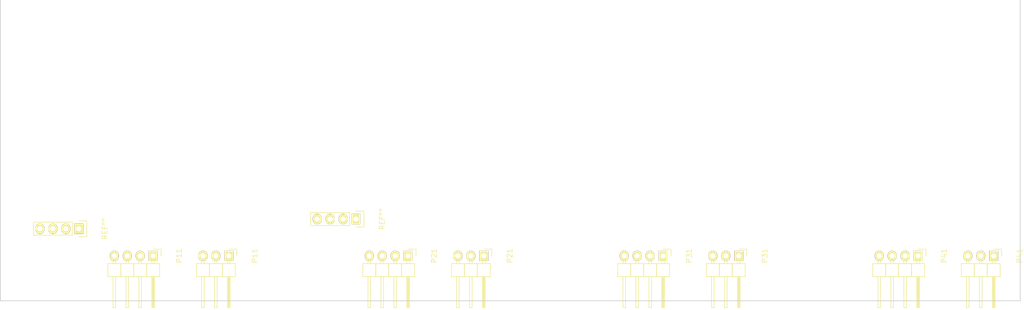
<source format=kicad_pcb>
(kicad_pcb (version 4) (host pcbnew 4.0.2-stable)

  (general
    (links 21)
    (no_connects 21)
    (area 16.924999 24.924999 217.075001 84.075001)
    (thickness 1.6)
    (drawings 3)
    (tracks 0)
    (zones 0)
    (modules 10)
    (nets 8)
  )

  (page A4)
  (title_block
    (title "2-Bands Baxandall EQ")
    (date 2016-05-19)
    (rev REV1)
    (company D&D)
  )

  (layers
    (0 F.Cu signal)
    (31 B.Cu signal)
    (32 B.Adhes user)
    (33 F.Adhes user)
    (34 B.Paste user)
    (35 F.Paste user)
    (36 B.SilkS user)
    (37 F.SilkS user)
    (38 B.Mask user)
    (39 F.Mask user)
    (40 Dwgs.User user)
    (41 Cmts.User user)
    (42 Eco1.User user)
    (43 Eco2.User user)
    (44 Edge.Cuts user)
    (45 Margin user)
    (46 B.CrtYd user)
    (47 F.CrtYd user)
    (48 B.Fab user)
    (49 F.Fab user)
  )

  (setup
    (last_trace_width 0.8)
    (trace_clearance 0.4)
    (zone_clearance 0.8)
    (zone_45_only no)
    (trace_min 0.35)
    (segment_width 0.2)
    (edge_width 0.15)
    (via_size 0.6)
    (via_drill 0.4)
    (via_min_size 0.4)
    (via_min_drill 0.3)
    (uvia_size 0.3)
    (uvia_drill 0.1)
    (uvias_allowed no)
    (uvia_min_size 0.2)
    (uvia_min_drill 0.1)
    (pcb_text_width 0.3)
    (pcb_text_size 1.5 1.5)
    (mod_edge_width 0.15)
    (mod_text_size 1 1)
    (mod_text_width 0.15)
    (pad_size 2 2)
    (pad_drill 1)
    (pad_to_mask_clearance 0.2)
    (aux_axis_origin 0 0)
    (visible_elements 7FFFFFFF)
    (pcbplotparams
      (layerselection 0x00030_80000001)
      (usegerberextensions false)
      (excludeedgelayer true)
      (linewidth 0.100000)
      (plotframeref false)
      (viasonmask false)
      (mode 1)
      (useauxorigin false)
      (hpglpennumber 1)
      (hpglpenspeed 20)
      (hpglpendiameter 15)
      (hpglpenoverlay 2)
      (psnegative false)
      (psa4output false)
      (plotreference true)
      (plotvalue true)
      (plotinvisibletext false)
      (padsonsilk false)
      (subtractmaskfromsilk false)
      (outputformat 1)
      (mirror false)
      (drillshape 1)
      (scaleselection 1)
      (outputdirectory ""))
  )

  (net 0 "")
  (net 1 -15V)
  (net 2 GND)
  (net 3 +15V)
  (net 4 /HF_L_1)
  (net 5 /HF_L_2)
  (net 6 /HF_R_2)
  (net 7 /HF_R_1)

  (net_class Default "Ceci est la Netclass par défaut"
    (clearance 0.4)
    (trace_width 0.8)
    (via_dia 0.6)
    (via_drill 0.4)
    (uvia_dia 0.3)
    (uvia_drill 0.1)
    (add_net +15V)
    (add_net -15V)
    (add_net /HF_L_1)
    (add_net /HF_L_2)
    (add_net /HF_R_1)
    (add_net /HF_R_2)
    (add_net GND)
  )

  (net_class low_isolation ""
    (clearance 0.2)
    (trace_width 0.5)
    (via_dia 0.6)
    (via_drill 0.4)
    (uvia_dia 0.3)
    (uvia_drill 0.1)
  )

  (module Pin_Headers:Pin_Header_Straight_1x04 (layer F.Cu) (tedit 0) (tstamp 57695CF8)
    (at 86.74 67.95 270)
    (descr "Through hole pin header")
    (tags "pin header")
    (fp_text reference REF** (at 0 -5.1 270) (layer F.SilkS)
      (effects (font (size 1 1) (thickness 0.15)))
    )
    (fp_text value Pin_Header_Straight_1x04 (at 0 -3.1 270) (layer F.Fab)
      (effects (font (size 1 1) (thickness 0.15)))
    )
    (fp_line (start -1.75 -1.75) (end -1.75 9.4) (layer F.CrtYd) (width 0.05))
    (fp_line (start 1.75 -1.75) (end 1.75 9.4) (layer F.CrtYd) (width 0.05))
    (fp_line (start -1.75 -1.75) (end 1.75 -1.75) (layer F.CrtYd) (width 0.05))
    (fp_line (start -1.75 9.4) (end 1.75 9.4) (layer F.CrtYd) (width 0.05))
    (fp_line (start -1.27 1.27) (end -1.27 8.89) (layer F.SilkS) (width 0.15))
    (fp_line (start 1.27 1.27) (end 1.27 8.89) (layer F.SilkS) (width 0.15))
    (fp_line (start 1.55 -1.55) (end 1.55 0) (layer F.SilkS) (width 0.15))
    (fp_line (start -1.27 8.89) (end 1.27 8.89) (layer F.SilkS) (width 0.15))
    (fp_line (start 1.27 1.27) (end -1.27 1.27) (layer F.SilkS) (width 0.15))
    (fp_line (start -1.55 0) (end -1.55 -1.55) (layer F.SilkS) (width 0.15))
    (fp_line (start -1.55 -1.55) (end 1.55 -1.55) (layer F.SilkS) (width 0.15))
    (pad 1 thru_hole rect (at 0 0 270) (size 2.032 1.7272) (drill 1.016) (layers *.Cu *.Mask F.SilkS))
    (pad 2 thru_hole oval (at 0 2.54 270) (size 2.032 1.7272) (drill 1.016) (layers *.Cu *.Mask F.SilkS))
    (pad 3 thru_hole oval (at 0 5.08 270) (size 2.032 1.7272) (drill 1.016) (layers *.Cu *.Mask F.SilkS))
    (pad 4 thru_hole oval (at 0 7.62 270) (size 2.032 1.7272) (drill 1.016) (layers *.Cu *.Mask F.SilkS))
    (model Pin_Headers.3dshapes/Pin_Header_Straight_1x04.wrl
      (at (xyz 0 -0.15 0))
      (scale (xyz 1 1 1))
      (rotate (xyz 0 0 90))
    )
  )

  (module Pin_Headers:Pin_Header_Angled_1x03 (layer F.Cu) (tedit 0) (tstamp 573DC01A)
    (at 211.8 75.184 270)
    (descr "Through hole pin header")
    (tags "pin header")
    (path /572157E5)
    (fp_text reference P41 (at 0 -5.1 270) (layer F.SilkS)
      (effects (font (size 1 1) (thickness 0.15)))
    )
    (fp_text value CONN_01X03 (at 0 -3.1 270) (layer F.Fab)
      (effects (font (size 1 1) (thickness 0.15)))
    )
    (fp_line (start -1.5 -1.75) (end -1.5 6.85) (layer F.CrtYd) (width 0.05))
    (fp_line (start 10.65 -1.75) (end 10.65 6.85) (layer F.CrtYd) (width 0.05))
    (fp_line (start -1.5 -1.75) (end 10.65 -1.75) (layer F.CrtYd) (width 0.05))
    (fp_line (start -1.5 6.85) (end 10.65 6.85) (layer F.CrtYd) (width 0.05))
    (fp_line (start -1.3 -1.55) (end -1.3 0) (layer F.SilkS) (width 0.15))
    (fp_line (start 0 -1.55) (end -1.3 -1.55) (layer F.SilkS) (width 0.15))
    (fp_line (start 4.191 -0.127) (end 10.033 -0.127) (layer F.SilkS) (width 0.15))
    (fp_line (start 10.033 -0.127) (end 10.033 0.127) (layer F.SilkS) (width 0.15))
    (fp_line (start 10.033 0.127) (end 4.191 0.127) (layer F.SilkS) (width 0.15))
    (fp_line (start 4.191 0.127) (end 4.191 0) (layer F.SilkS) (width 0.15))
    (fp_line (start 4.191 0) (end 10.033 0) (layer F.SilkS) (width 0.15))
    (fp_line (start 1.524 -0.254) (end 1.143 -0.254) (layer F.SilkS) (width 0.15))
    (fp_line (start 1.524 0.254) (end 1.143 0.254) (layer F.SilkS) (width 0.15))
    (fp_line (start 1.524 2.286) (end 1.143 2.286) (layer F.SilkS) (width 0.15))
    (fp_line (start 1.524 2.794) (end 1.143 2.794) (layer F.SilkS) (width 0.15))
    (fp_line (start 1.524 4.826) (end 1.143 4.826) (layer F.SilkS) (width 0.15))
    (fp_line (start 1.524 5.334) (end 1.143 5.334) (layer F.SilkS) (width 0.15))
    (fp_line (start 4.064 1.27) (end 4.064 -1.27) (layer F.SilkS) (width 0.15))
    (fp_line (start 10.16 0.254) (end 4.064 0.254) (layer F.SilkS) (width 0.15))
    (fp_line (start 10.16 -0.254) (end 10.16 0.254) (layer F.SilkS) (width 0.15))
    (fp_line (start 4.064 -0.254) (end 10.16 -0.254) (layer F.SilkS) (width 0.15))
    (fp_line (start 1.524 1.27) (end 4.064 1.27) (layer F.SilkS) (width 0.15))
    (fp_line (start 1.524 -1.27) (end 1.524 1.27) (layer F.SilkS) (width 0.15))
    (fp_line (start 1.524 -1.27) (end 4.064 -1.27) (layer F.SilkS) (width 0.15))
    (fp_line (start 1.524 3.81) (end 4.064 3.81) (layer F.SilkS) (width 0.15))
    (fp_line (start 1.524 3.81) (end 1.524 6.35) (layer F.SilkS) (width 0.15))
    (fp_line (start 4.064 4.826) (end 10.16 4.826) (layer F.SilkS) (width 0.15))
    (fp_line (start 10.16 4.826) (end 10.16 5.334) (layer F.SilkS) (width 0.15))
    (fp_line (start 10.16 5.334) (end 4.064 5.334) (layer F.SilkS) (width 0.15))
    (fp_line (start 4.064 6.35) (end 4.064 3.81) (layer F.SilkS) (width 0.15))
    (fp_line (start 4.064 3.81) (end 4.064 1.27) (layer F.SilkS) (width 0.15))
    (fp_line (start 10.16 2.794) (end 4.064 2.794) (layer F.SilkS) (width 0.15))
    (fp_line (start 10.16 2.286) (end 10.16 2.794) (layer F.SilkS) (width 0.15))
    (fp_line (start 4.064 2.286) (end 10.16 2.286) (layer F.SilkS) (width 0.15))
    (fp_line (start 1.524 3.81) (end 4.064 3.81) (layer F.SilkS) (width 0.15))
    (fp_line (start 1.524 1.27) (end 1.524 3.81) (layer F.SilkS) (width 0.15))
    (fp_line (start 1.524 1.27) (end 4.064 1.27) (layer F.SilkS) (width 0.15))
    (fp_line (start 1.524 6.35) (end 4.064 6.35) (layer F.SilkS) (width 0.15))
    (pad 1 thru_hole rect (at 0 0 270) (size 2.032 1.7272) (drill 1.016) (layers *.Cu *.Mask F.SilkS)
      (net 3 +15V))
    (pad 2 thru_hole oval (at 0 2.54 270) (size 2.032 1.7272) (drill 1.016) (layers *.Cu *.Mask F.SilkS)
      (net 2 GND))
    (pad 3 thru_hole oval (at 0 5.08 270) (size 2.032 1.7272) (drill 1.016) (layers *.Cu *.Mask F.SilkS)
      (net 1 -15V))
    (model Pin_Headers.3dshapes/Pin_Header_Angled_1x03.wrl
      (at (xyz 0 -0.1 0))
      (scale (xyz 1 1 1))
      (rotate (xyz 0 0 90))
    )
  )

  (module Pin_Headers:Pin_Header_Angled_1x03 (layer F.Cu) (tedit 0) (tstamp 573DBFEE)
    (at 161.8 75.184 270)
    (descr "Through hole pin header")
    (tags "pin header")
    (path /572157E5)
    (fp_text reference P31 (at 0 -5.1 270) (layer F.SilkS)
      (effects (font (size 1 1) (thickness 0.15)))
    )
    (fp_text value CONN_01X03 (at 0 -3.1 270) (layer F.Fab)
      (effects (font (size 1 1) (thickness 0.15)))
    )
    (fp_line (start -1.5 -1.75) (end -1.5 6.85) (layer F.CrtYd) (width 0.05))
    (fp_line (start 10.65 -1.75) (end 10.65 6.85) (layer F.CrtYd) (width 0.05))
    (fp_line (start -1.5 -1.75) (end 10.65 -1.75) (layer F.CrtYd) (width 0.05))
    (fp_line (start -1.5 6.85) (end 10.65 6.85) (layer F.CrtYd) (width 0.05))
    (fp_line (start -1.3 -1.55) (end -1.3 0) (layer F.SilkS) (width 0.15))
    (fp_line (start 0 -1.55) (end -1.3 -1.55) (layer F.SilkS) (width 0.15))
    (fp_line (start 4.191 -0.127) (end 10.033 -0.127) (layer F.SilkS) (width 0.15))
    (fp_line (start 10.033 -0.127) (end 10.033 0.127) (layer F.SilkS) (width 0.15))
    (fp_line (start 10.033 0.127) (end 4.191 0.127) (layer F.SilkS) (width 0.15))
    (fp_line (start 4.191 0.127) (end 4.191 0) (layer F.SilkS) (width 0.15))
    (fp_line (start 4.191 0) (end 10.033 0) (layer F.SilkS) (width 0.15))
    (fp_line (start 1.524 -0.254) (end 1.143 -0.254) (layer F.SilkS) (width 0.15))
    (fp_line (start 1.524 0.254) (end 1.143 0.254) (layer F.SilkS) (width 0.15))
    (fp_line (start 1.524 2.286) (end 1.143 2.286) (layer F.SilkS) (width 0.15))
    (fp_line (start 1.524 2.794) (end 1.143 2.794) (layer F.SilkS) (width 0.15))
    (fp_line (start 1.524 4.826) (end 1.143 4.826) (layer F.SilkS) (width 0.15))
    (fp_line (start 1.524 5.334) (end 1.143 5.334) (layer F.SilkS) (width 0.15))
    (fp_line (start 4.064 1.27) (end 4.064 -1.27) (layer F.SilkS) (width 0.15))
    (fp_line (start 10.16 0.254) (end 4.064 0.254) (layer F.SilkS) (width 0.15))
    (fp_line (start 10.16 -0.254) (end 10.16 0.254) (layer F.SilkS) (width 0.15))
    (fp_line (start 4.064 -0.254) (end 10.16 -0.254) (layer F.SilkS) (width 0.15))
    (fp_line (start 1.524 1.27) (end 4.064 1.27) (layer F.SilkS) (width 0.15))
    (fp_line (start 1.524 -1.27) (end 1.524 1.27) (layer F.SilkS) (width 0.15))
    (fp_line (start 1.524 -1.27) (end 4.064 -1.27) (layer F.SilkS) (width 0.15))
    (fp_line (start 1.524 3.81) (end 4.064 3.81) (layer F.SilkS) (width 0.15))
    (fp_line (start 1.524 3.81) (end 1.524 6.35) (layer F.SilkS) (width 0.15))
    (fp_line (start 4.064 4.826) (end 10.16 4.826) (layer F.SilkS) (width 0.15))
    (fp_line (start 10.16 4.826) (end 10.16 5.334) (layer F.SilkS) (width 0.15))
    (fp_line (start 10.16 5.334) (end 4.064 5.334) (layer F.SilkS) (width 0.15))
    (fp_line (start 4.064 6.35) (end 4.064 3.81) (layer F.SilkS) (width 0.15))
    (fp_line (start 4.064 3.81) (end 4.064 1.27) (layer F.SilkS) (width 0.15))
    (fp_line (start 10.16 2.794) (end 4.064 2.794) (layer F.SilkS) (width 0.15))
    (fp_line (start 10.16 2.286) (end 10.16 2.794) (layer F.SilkS) (width 0.15))
    (fp_line (start 4.064 2.286) (end 10.16 2.286) (layer F.SilkS) (width 0.15))
    (fp_line (start 1.524 3.81) (end 4.064 3.81) (layer F.SilkS) (width 0.15))
    (fp_line (start 1.524 1.27) (end 1.524 3.81) (layer F.SilkS) (width 0.15))
    (fp_line (start 1.524 1.27) (end 4.064 1.27) (layer F.SilkS) (width 0.15))
    (fp_line (start 1.524 6.35) (end 4.064 6.35) (layer F.SilkS) (width 0.15))
    (pad 1 thru_hole rect (at 0 0 270) (size 2.032 1.7272) (drill 1.016) (layers *.Cu *.Mask F.SilkS)
      (net 3 +15V))
    (pad 2 thru_hole oval (at 0 2.54 270) (size 2.032 1.7272) (drill 1.016) (layers *.Cu *.Mask F.SilkS)
      (net 2 GND))
    (pad 3 thru_hole oval (at 0 5.08 270) (size 2.032 1.7272) (drill 1.016) (layers *.Cu *.Mask F.SilkS)
      (net 1 -15V))
    (model Pin_Headers.3dshapes/Pin_Header_Angled_1x03.wrl
      (at (xyz 0 -0.1 0))
      (scale (xyz 1 1 1))
      (rotate (xyz 0 0 90))
    )
  )

  (module Pin_Headers:Pin_Header_Angled_1x03 (layer F.Cu) (tedit 0) (tstamp 573DBFC2)
    (at 111.8 75.184 270)
    (descr "Through hole pin header")
    (tags "pin header")
    (path /572157E5)
    (fp_text reference P21 (at 0 -5.1 270) (layer F.SilkS)
      (effects (font (size 1 1) (thickness 0.15)))
    )
    (fp_text value CONN_01X03 (at 0 -3.1 270) (layer F.Fab)
      (effects (font (size 1 1) (thickness 0.15)))
    )
    (fp_line (start -1.5 -1.75) (end -1.5 6.85) (layer F.CrtYd) (width 0.05))
    (fp_line (start 10.65 -1.75) (end 10.65 6.85) (layer F.CrtYd) (width 0.05))
    (fp_line (start -1.5 -1.75) (end 10.65 -1.75) (layer F.CrtYd) (width 0.05))
    (fp_line (start -1.5 6.85) (end 10.65 6.85) (layer F.CrtYd) (width 0.05))
    (fp_line (start -1.3 -1.55) (end -1.3 0) (layer F.SilkS) (width 0.15))
    (fp_line (start 0 -1.55) (end -1.3 -1.55) (layer F.SilkS) (width 0.15))
    (fp_line (start 4.191 -0.127) (end 10.033 -0.127) (layer F.SilkS) (width 0.15))
    (fp_line (start 10.033 -0.127) (end 10.033 0.127) (layer F.SilkS) (width 0.15))
    (fp_line (start 10.033 0.127) (end 4.191 0.127) (layer F.SilkS) (width 0.15))
    (fp_line (start 4.191 0.127) (end 4.191 0) (layer F.SilkS) (width 0.15))
    (fp_line (start 4.191 0) (end 10.033 0) (layer F.SilkS) (width 0.15))
    (fp_line (start 1.524 -0.254) (end 1.143 -0.254) (layer F.SilkS) (width 0.15))
    (fp_line (start 1.524 0.254) (end 1.143 0.254) (layer F.SilkS) (width 0.15))
    (fp_line (start 1.524 2.286) (end 1.143 2.286) (layer F.SilkS) (width 0.15))
    (fp_line (start 1.524 2.794) (end 1.143 2.794) (layer F.SilkS) (width 0.15))
    (fp_line (start 1.524 4.826) (end 1.143 4.826) (layer F.SilkS) (width 0.15))
    (fp_line (start 1.524 5.334) (end 1.143 5.334) (layer F.SilkS) (width 0.15))
    (fp_line (start 4.064 1.27) (end 4.064 -1.27) (layer F.SilkS) (width 0.15))
    (fp_line (start 10.16 0.254) (end 4.064 0.254) (layer F.SilkS) (width 0.15))
    (fp_line (start 10.16 -0.254) (end 10.16 0.254) (layer F.SilkS) (width 0.15))
    (fp_line (start 4.064 -0.254) (end 10.16 -0.254) (layer F.SilkS) (width 0.15))
    (fp_line (start 1.524 1.27) (end 4.064 1.27) (layer F.SilkS) (width 0.15))
    (fp_line (start 1.524 -1.27) (end 1.524 1.27) (layer F.SilkS) (width 0.15))
    (fp_line (start 1.524 -1.27) (end 4.064 -1.27) (layer F.SilkS) (width 0.15))
    (fp_line (start 1.524 3.81) (end 4.064 3.81) (layer F.SilkS) (width 0.15))
    (fp_line (start 1.524 3.81) (end 1.524 6.35) (layer F.SilkS) (width 0.15))
    (fp_line (start 4.064 4.826) (end 10.16 4.826) (layer F.SilkS) (width 0.15))
    (fp_line (start 10.16 4.826) (end 10.16 5.334) (layer F.SilkS) (width 0.15))
    (fp_line (start 10.16 5.334) (end 4.064 5.334) (layer F.SilkS) (width 0.15))
    (fp_line (start 4.064 6.35) (end 4.064 3.81) (layer F.SilkS) (width 0.15))
    (fp_line (start 4.064 3.81) (end 4.064 1.27) (layer F.SilkS) (width 0.15))
    (fp_line (start 10.16 2.794) (end 4.064 2.794) (layer F.SilkS) (width 0.15))
    (fp_line (start 10.16 2.286) (end 10.16 2.794) (layer F.SilkS) (width 0.15))
    (fp_line (start 4.064 2.286) (end 10.16 2.286) (layer F.SilkS) (width 0.15))
    (fp_line (start 1.524 3.81) (end 4.064 3.81) (layer F.SilkS) (width 0.15))
    (fp_line (start 1.524 1.27) (end 1.524 3.81) (layer F.SilkS) (width 0.15))
    (fp_line (start 1.524 1.27) (end 4.064 1.27) (layer F.SilkS) (width 0.15))
    (fp_line (start 1.524 6.35) (end 4.064 6.35) (layer F.SilkS) (width 0.15))
    (pad 1 thru_hole rect (at 0 0 270) (size 2.032 1.7272) (drill 1.016) (layers *.Cu *.Mask F.SilkS)
      (net 3 +15V))
    (pad 2 thru_hole oval (at 0 2.54 270) (size 2.032 1.7272) (drill 1.016) (layers *.Cu *.Mask F.SilkS)
      (net 2 GND))
    (pad 3 thru_hole oval (at 0 5.08 270) (size 2.032 1.7272) (drill 1.016) (layers *.Cu *.Mask F.SilkS)
      (net 1 -15V))
    (model Pin_Headers.3dshapes/Pin_Header_Angled_1x03.wrl
      (at (xyz 0 -0.1 0))
      (scale (xyz 1 1 1))
      (rotate (xyz 0 0 90))
    )
  )

  (module Pin_Headers:Pin_Header_Angled_1x04 (layer F.Cu) (tedit 0) (tstamp 573DBF4A)
    (at 196.961 75.184 270)
    (descr "Through hole pin header")
    (tags "pin header")
    (path /5721664E)
    (fp_text reference P41 (at 0 -5.1 270) (layer F.SilkS)
      (effects (font (size 1 1) (thickness 0.15)))
    )
    (fp_text value CONN_01X04 (at 0 -3.1 270) (layer F.Fab)
      (effects (font (size 1 1) (thickness 0.15)))
    )
    (fp_line (start -1.5 -1.75) (end -1.5 9.4) (layer F.CrtYd) (width 0.05))
    (fp_line (start 10.65 -1.75) (end 10.65 9.4) (layer F.CrtYd) (width 0.05))
    (fp_line (start -1.5 -1.75) (end 10.65 -1.75) (layer F.CrtYd) (width 0.05))
    (fp_line (start -1.5 9.4) (end 10.65 9.4) (layer F.CrtYd) (width 0.05))
    (fp_line (start -1.3 -1.55) (end -1.3 0) (layer F.SilkS) (width 0.15))
    (fp_line (start 0 -1.55) (end -1.3 -1.55) (layer F.SilkS) (width 0.15))
    (fp_line (start 4.191 -0.127) (end 10.033 -0.127) (layer F.SilkS) (width 0.15))
    (fp_line (start 10.033 -0.127) (end 10.033 0.127) (layer F.SilkS) (width 0.15))
    (fp_line (start 10.033 0.127) (end 4.191 0.127) (layer F.SilkS) (width 0.15))
    (fp_line (start 4.191 0.127) (end 4.191 0) (layer F.SilkS) (width 0.15))
    (fp_line (start 4.191 0) (end 10.033 0) (layer F.SilkS) (width 0.15))
    (fp_line (start 1.524 -0.254) (end 1.143 -0.254) (layer F.SilkS) (width 0.15))
    (fp_line (start 1.524 0.254) (end 1.143 0.254) (layer F.SilkS) (width 0.15))
    (fp_line (start 1.524 2.286) (end 1.143 2.286) (layer F.SilkS) (width 0.15))
    (fp_line (start 1.524 2.794) (end 1.143 2.794) (layer F.SilkS) (width 0.15))
    (fp_line (start 1.524 4.826) (end 1.143 4.826) (layer F.SilkS) (width 0.15))
    (fp_line (start 1.524 5.334) (end 1.143 5.334) (layer F.SilkS) (width 0.15))
    (fp_line (start 1.524 7.874) (end 1.143 7.874) (layer F.SilkS) (width 0.15))
    (fp_line (start 1.524 7.366) (end 1.143 7.366) (layer F.SilkS) (width 0.15))
    (fp_line (start 1.524 -1.27) (end 4.064 -1.27) (layer F.SilkS) (width 0.15))
    (fp_line (start 1.524 1.27) (end 4.064 1.27) (layer F.SilkS) (width 0.15))
    (fp_line (start 1.524 1.27) (end 1.524 3.81) (layer F.SilkS) (width 0.15))
    (fp_line (start 1.524 3.81) (end 4.064 3.81) (layer F.SilkS) (width 0.15))
    (fp_line (start 4.064 2.286) (end 10.16 2.286) (layer F.SilkS) (width 0.15))
    (fp_line (start 10.16 2.286) (end 10.16 2.794) (layer F.SilkS) (width 0.15))
    (fp_line (start 10.16 2.794) (end 4.064 2.794) (layer F.SilkS) (width 0.15))
    (fp_line (start 4.064 3.81) (end 4.064 1.27) (layer F.SilkS) (width 0.15))
    (fp_line (start 4.064 1.27) (end 4.064 -1.27) (layer F.SilkS) (width 0.15))
    (fp_line (start 10.16 0.254) (end 4.064 0.254) (layer F.SilkS) (width 0.15))
    (fp_line (start 10.16 -0.254) (end 10.16 0.254) (layer F.SilkS) (width 0.15))
    (fp_line (start 4.064 -0.254) (end 10.16 -0.254) (layer F.SilkS) (width 0.15))
    (fp_line (start 1.524 1.27) (end 4.064 1.27) (layer F.SilkS) (width 0.15))
    (fp_line (start 1.524 -1.27) (end 1.524 1.27) (layer F.SilkS) (width 0.15))
    (fp_line (start 1.524 6.35) (end 4.064 6.35) (layer F.SilkS) (width 0.15))
    (fp_line (start 1.524 6.35) (end 1.524 8.89) (layer F.SilkS) (width 0.15))
    (fp_line (start 1.524 8.89) (end 4.064 8.89) (layer F.SilkS) (width 0.15))
    (fp_line (start 4.064 7.366) (end 10.16 7.366) (layer F.SilkS) (width 0.15))
    (fp_line (start 10.16 7.366) (end 10.16 7.874) (layer F.SilkS) (width 0.15))
    (fp_line (start 10.16 7.874) (end 4.064 7.874) (layer F.SilkS) (width 0.15))
    (fp_line (start 4.064 8.89) (end 4.064 6.35) (layer F.SilkS) (width 0.15))
    (fp_line (start 4.064 6.35) (end 4.064 3.81) (layer F.SilkS) (width 0.15))
    (fp_line (start 10.16 5.334) (end 4.064 5.334) (layer F.SilkS) (width 0.15))
    (fp_line (start 10.16 4.826) (end 10.16 5.334) (layer F.SilkS) (width 0.15))
    (fp_line (start 4.064 4.826) (end 10.16 4.826) (layer F.SilkS) (width 0.15))
    (fp_line (start 1.524 6.35) (end 4.064 6.35) (layer F.SilkS) (width 0.15))
    (fp_line (start 1.524 3.81) (end 1.524 6.35) (layer F.SilkS) (width 0.15))
    (fp_line (start 1.524 3.81) (end 4.064 3.81) (layer F.SilkS) (width 0.15))
    (pad 1 thru_hole rect (at 0 0 270) (size 2.032 1.7272) (drill 1.016) (layers *.Cu *.Mask F.SilkS)
      (net 4 /HF_L_1))
    (pad 2 thru_hole oval (at 0 2.54 270) (size 2.032 1.7272) (drill 1.016) (layers *.Cu *.Mask F.SilkS)
      (net 7 /HF_R_1))
    (pad 3 thru_hole oval (at 0 5.08 270) (size 2.032 1.7272) (drill 1.016) (layers *.Cu *.Mask F.SilkS)
      (net 5 /HF_L_2))
    (pad 4 thru_hole oval (at 0 7.62 270) (size 2.032 1.7272) (drill 1.016) (layers *.Cu *.Mask F.SilkS)
      (net 6 /HF_R_2))
    (model Pin_Headers.3dshapes/Pin_Header_Angled_1x04.wrl
      (at (xyz 0 -0.15 0))
      (scale (xyz 1 1 1))
      (rotate (xyz 0 0 90))
    )
  )

  (module Pin_Headers:Pin_Header_Angled_1x04 (layer F.Cu) (tedit 0) (tstamp 573DBF14)
    (at 146.961 75.184 270)
    (descr "Through hole pin header")
    (tags "pin header")
    (path /5721664E)
    (fp_text reference P31 (at 0 -5.1 270) (layer F.SilkS)
      (effects (font (size 1 1) (thickness 0.15)))
    )
    (fp_text value CONN_01X04 (at 0 -3.1 270) (layer F.Fab)
      (effects (font (size 1 1) (thickness 0.15)))
    )
    (fp_line (start -1.5 -1.75) (end -1.5 9.4) (layer F.CrtYd) (width 0.05))
    (fp_line (start 10.65 -1.75) (end 10.65 9.4) (layer F.CrtYd) (width 0.05))
    (fp_line (start -1.5 -1.75) (end 10.65 -1.75) (layer F.CrtYd) (width 0.05))
    (fp_line (start -1.5 9.4) (end 10.65 9.4) (layer F.CrtYd) (width 0.05))
    (fp_line (start -1.3 -1.55) (end -1.3 0) (layer F.SilkS) (width 0.15))
    (fp_line (start 0 -1.55) (end -1.3 -1.55) (layer F.SilkS) (width 0.15))
    (fp_line (start 4.191 -0.127) (end 10.033 -0.127) (layer F.SilkS) (width 0.15))
    (fp_line (start 10.033 -0.127) (end 10.033 0.127) (layer F.SilkS) (width 0.15))
    (fp_line (start 10.033 0.127) (end 4.191 0.127) (layer F.SilkS) (width 0.15))
    (fp_line (start 4.191 0.127) (end 4.191 0) (layer F.SilkS) (width 0.15))
    (fp_line (start 4.191 0) (end 10.033 0) (layer F.SilkS) (width 0.15))
    (fp_line (start 1.524 -0.254) (end 1.143 -0.254) (layer F.SilkS) (width 0.15))
    (fp_line (start 1.524 0.254) (end 1.143 0.254) (layer F.SilkS) (width 0.15))
    (fp_line (start 1.524 2.286) (end 1.143 2.286) (layer F.SilkS) (width 0.15))
    (fp_line (start 1.524 2.794) (end 1.143 2.794) (layer F.SilkS) (width 0.15))
    (fp_line (start 1.524 4.826) (end 1.143 4.826) (layer F.SilkS) (width 0.15))
    (fp_line (start 1.524 5.334) (end 1.143 5.334) (layer F.SilkS) (width 0.15))
    (fp_line (start 1.524 7.874) (end 1.143 7.874) (layer F.SilkS) (width 0.15))
    (fp_line (start 1.524 7.366) (end 1.143 7.366) (layer F.SilkS) (width 0.15))
    (fp_line (start 1.524 -1.27) (end 4.064 -1.27) (layer F.SilkS) (width 0.15))
    (fp_line (start 1.524 1.27) (end 4.064 1.27) (layer F.SilkS) (width 0.15))
    (fp_line (start 1.524 1.27) (end 1.524 3.81) (layer F.SilkS) (width 0.15))
    (fp_line (start 1.524 3.81) (end 4.064 3.81) (layer F.SilkS) (width 0.15))
    (fp_line (start 4.064 2.286) (end 10.16 2.286) (layer F.SilkS) (width 0.15))
    (fp_line (start 10.16 2.286) (end 10.16 2.794) (layer F.SilkS) (width 0.15))
    (fp_line (start 10.16 2.794) (end 4.064 2.794) (layer F.SilkS) (width 0.15))
    (fp_line (start 4.064 3.81) (end 4.064 1.27) (layer F.SilkS) (width 0.15))
    (fp_line (start 4.064 1.27) (end 4.064 -1.27) (layer F.SilkS) (width 0.15))
    (fp_line (start 10.16 0.254) (end 4.064 0.254) (layer F.SilkS) (width 0.15))
    (fp_line (start 10.16 -0.254) (end 10.16 0.254) (layer F.SilkS) (width 0.15))
    (fp_line (start 4.064 -0.254) (end 10.16 -0.254) (layer F.SilkS) (width 0.15))
    (fp_line (start 1.524 1.27) (end 4.064 1.27) (layer F.SilkS) (width 0.15))
    (fp_line (start 1.524 -1.27) (end 1.524 1.27) (layer F.SilkS) (width 0.15))
    (fp_line (start 1.524 6.35) (end 4.064 6.35) (layer F.SilkS) (width 0.15))
    (fp_line (start 1.524 6.35) (end 1.524 8.89) (layer F.SilkS) (width 0.15))
    (fp_line (start 1.524 8.89) (end 4.064 8.89) (layer F.SilkS) (width 0.15))
    (fp_line (start 4.064 7.366) (end 10.16 7.366) (layer F.SilkS) (width 0.15))
    (fp_line (start 10.16 7.366) (end 10.16 7.874) (layer F.SilkS) (width 0.15))
    (fp_line (start 10.16 7.874) (end 4.064 7.874) (layer F.SilkS) (width 0.15))
    (fp_line (start 4.064 8.89) (end 4.064 6.35) (layer F.SilkS) (width 0.15))
    (fp_line (start 4.064 6.35) (end 4.064 3.81) (layer F.SilkS) (width 0.15))
    (fp_line (start 10.16 5.334) (end 4.064 5.334) (layer F.SilkS) (width 0.15))
    (fp_line (start 10.16 4.826) (end 10.16 5.334) (layer F.SilkS) (width 0.15))
    (fp_line (start 4.064 4.826) (end 10.16 4.826) (layer F.SilkS) (width 0.15))
    (fp_line (start 1.524 6.35) (end 4.064 6.35) (layer F.SilkS) (width 0.15))
    (fp_line (start 1.524 3.81) (end 1.524 6.35) (layer F.SilkS) (width 0.15))
    (fp_line (start 1.524 3.81) (end 4.064 3.81) (layer F.SilkS) (width 0.15))
    (pad 1 thru_hole rect (at 0 0 270) (size 2.032 1.7272) (drill 1.016) (layers *.Cu *.Mask F.SilkS)
      (net 4 /HF_L_1))
    (pad 2 thru_hole oval (at 0 2.54 270) (size 2.032 1.7272) (drill 1.016) (layers *.Cu *.Mask F.SilkS)
      (net 7 /HF_R_1))
    (pad 3 thru_hole oval (at 0 5.08 270) (size 2.032 1.7272) (drill 1.016) (layers *.Cu *.Mask F.SilkS)
      (net 5 /HF_L_2))
    (pad 4 thru_hole oval (at 0 7.62 270) (size 2.032 1.7272) (drill 1.016) (layers *.Cu *.Mask F.SilkS)
      (net 6 /HF_R_2))
    (model Pin_Headers.3dshapes/Pin_Header_Angled_1x04.wrl
      (at (xyz 0 -0.15 0))
      (scale (xyz 1 1 1))
      (rotate (xyz 0 0 90))
    )
  )

  (module Pin_Headers:Pin_Header_Angled_1x04 (layer F.Cu) (tedit 0) (tstamp 573DBEDE)
    (at 96.961 75.184 270)
    (descr "Through hole pin header")
    (tags "pin header")
    (path /5721664E)
    (fp_text reference P21 (at 0 -5.1 270) (layer F.SilkS)
      (effects (font (size 1 1) (thickness 0.15)))
    )
    (fp_text value CONN_01X04 (at 0 -3.1 270) (layer F.Fab)
      (effects (font (size 1 1) (thickness 0.15)))
    )
    (fp_line (start -1.5 -1.75) (end -1.5 9.4) (layer F.CrtYd) (width 0.05))
    (fp_line (start 10.65 -1.75) (end 10.65 9.4) (layer F.CrtYd) (width 0.05))
    (fp_line (start -1.5 -1.75) (end 10.65 -1.75) (layer F.CrtYd) (width 0.05))
    (fp_line (start -1.5 9.4) (end 10.65 9.4) (layer F.CrtYd) (width 0.05))
    (fp_line (start -1.3 -1.55) (end -1.3 0) (layer F.SilkS) (width 0.15))
    (fp_line (start 0 -1.55) (end -1.3 -1.55) (layer F.SilkS) (width 0.15))
    (fp_line (start 4.191 -0.127) (end 10.033 -0.127) (layer F.SilkS) (width 0.15))
    (fp_line (start 10.033 -0.127) (end 10.033 0.127) (layer F.SilkS) (width 0.15))
    (fp_line (start 10.033 0.127) (end 4.191 0.127) (layer F.SilkS) (width 0.15))
    (fp_line (start 4.191 0.127) (end 4.191 0) (layer F.SilkS) (width 0.15))
    (fp_line (start 4.191 0) (end 10.033 0) (layer F.SilkS) (width 0.15))
    (fp_line (start 1.524 -0.254) (end 1.143 -0.254) (layer F.SilkS) (width 0.15))
    (fp_line (start 1.524 0.254) (end 1.143 0.254) (layer F.SilkS) (width 0.15))
    (fp_line (start 1.524 2.286) (end 1.143 2.286) (layer F.SilkS) (width 0.15))
    (fp_line (start 1.524 2.794) (end 1.143 2.794) (layer F.SilkS) (width 0.15))
    (fp_line (start 1.524 4.826) (end 1.143 4.826) (layer F.SilkS) (width 0.15))
    (fp_line (start 1.524 5.334) (end 1.143 5.334) (layer F.SilkS) (width 0.15))
    (fp_line (start 1.524 7.874) (end 1.143 7.874) (layer F.SilkS) (width 0.15))
    (fp_line (start 1.524 7.366) (end 1.143 7.366) (layer F.SilkS) (width 0.15))
    (fp_line (start 1.524 -1.27) (end 4.064 -1.27) (layer F.SilkS) (width 0.15))
    (fp_line (start 1.524 1.27) (end 4.064 1.27) (layer F.SilkS) (width 0.15))
    (fp_line (start 1.524 1.27) (end 1.524 3.81) (layer F.SilkS) (width 0.15))
    (fp_line (start 1.524 3.81) (end 4.064 3.81) (layer F.SilkS) (width 0.15))
    (fp_line (start 4.064 2.286) (end 10.16 2.286) (layer F.SilkS) (width 0.15))
    (fp_line (start 10.16 2.286) (end 10.16 2.794) (layer F.SilkS) (width 0.15))
    (fp_line (start 10.16 2.794) (end 4.064 2.794) (layer F.SilkS) (width 0.15))
    (fp_line (start 4.064 3.81) (end 4.064 1.27) (layer F.SilkS) (width 0.15))
    (fp_line (start 4.064 1.27) (end 4.064 -1.27) (layer F.SilkS) (width 0.15))
    (fp_line (start 10.16 0.254) (end 4.064 0.254) (layer F.SilkS) (width 0.15))
    (fp_line (start 10.16 -0.254) (end 10.16 0.254) (layer F.SilkS) (width 0.15))
    (fp_line (start 4.064 -0.254) (end 10.16 -0.254) (layer F.SilkS) (width 0.15))
    (fp_line (start 1.524 1.27) (end 4.064 1.27) (layer F.SilkS) (width 0.15))
    (fp_line (start 1.524 -1.27) (end 1.524 1.27) (layer F.SilkS) (width 0.15))
    (fp_line (start 1.524 6.35) (end 4.064 6.35) (layer F.SilkS) (width 0.15))
    (fp_line (start 1.524 6.35) (end 1.524 8.89) (layer F.SilkS) (width 0.15))
    (fp_line (start 1.524 8.89) (end 4.064 8.89) (layer F.SilkS) (width 0.15))
    (fp_line (start 4.064 7.366) (end 10.16 7.366) (layer F.SilkS) (width 0.15))
    (fp_line (start 10.16 7.366) (end 10.16 7.874) (layer F.SilkS) (width 0.15))
    (fp_line (start 10.16 7.874) (end 4.064 7.874) (layer F.SilkS) (width 0.15))
    (fp_line (start 4.064 8.89) (end 4.064 6.35) (layer F.SilkS) (width 0.15))
    (fp_line (start 4.064 6.35) (end 4.064 3.81) (layer F.SilkS) (width 0.15))
    (fp_line (start 10.16 5.334) (end 4.064 5.334) (layer F.SilkS) (width 0.15))
    (fp_line (start 10.16 4.826) (end 10.16 5.334) (layer F.SilkS) (width 0.15))
    (fp_line (start 4.064 4.826) (end 10.16 4.826) (layer F.SilkS) (width 0.15))
    (fp_line (start 1.524 6.35) (end 4.064 6.35) (layer F.SilkS) (width 0.15))
    (fp_line (start 1.524 3.81) (end 1.524 6.35) (layer F.SilkS) (width 0.15))
    (fp_line (start 1.524 3.81) (end 4.064 3.81) (layer F.SilkS) (width 0.15))
    (pad 1 thru_hole rect (at 0 0 270) (size 2.032 1.7272) (drill 1.016) (layers *.Cu *.Mask F.SilkS)
      (net 4 /HF_L_1))
    (pad 2 thru_hole oval (at 0 2.54 270) (size 2.032 1.7272) (drill 1.016) (layers *.Cu *.Mask F.SilkS)
      (net 7 /HF_R_1))
    (pad 3 thru_hole oval (at 0 5.08 270) (size 2.032 1.7272) (drill 1.016) (layers *.Cu *.Mask F.SilkS)
      (net 5 /HF_L_2))
    (pad 4 thru_hole oval (at 0 7.62 270) (size 2.032 1.7272) (drill 1.016) (layers *.Cu *.Mask F.SilkS)
      (net 6 /HF_R_2))
    (model Pin_Headers.3dshapes/Pin_Header_Angled_1x04.wrl
      (at (xyz 0 -0.15 0))
      (scale (xyz 1 1 1))
      (rotate (xyz 0 0 90))
    )
  )

  (module Pin_Headers:Pin_Header_Angled_1x04 (layer F.Cu) (tedit 0) (tstamp 57213F48)
    (at 46.961 75.184 270)
    (descr "Through hole pin header")
    (tags "pin header")
    (path /5721664E)
    (fp_text reference P11 (at 0 -5.1 270) (layer F.SilkS)
      (effects (font (size 1 1) (thickness 0.15)))
    )
    (fp_text value CONN_01X04 (at 0 -3.1 270) (layer F.Fab)
      (effects (font (size 1 1) (thickness 0.15)))
    )
    (fp_line (start -1.5 -1.75) (end -1.5 9.4) (layer F.CrtYd) (width 0.05))
    (fp_line (start 10.65 -1.75) (end 10.65 9.4) (layer F.CrtYd) (width 0.05))
    (fp_line (start -1.5 -1.75) (end 10.65 -1.75) (layer F.CrtYd) (width 0.05))
    (fp_line (start -1.5 9.4) (end 10.65 9.4) (layer F.CrtYd) (width 0.05))
    (fp_line (start -1.3 -1.55) (end -1.3 0) (layer F.SilkS) (width 0.15))
    (fp_line (start 0 -1.55) (end -1.3 -1.55) (layer F.SilkS) (width 0.15))
    (fp_line (start 4.191 -0.127) (end 10.033 -0.127) (layer F.SilkS) (width 0.15))
    (fp_line (start 10.033 -0.127) (end 10.033 0.127) (layer F.SilkS) (width 0.15))
    (fp_line (start 10.033 0.127) (end 4.191 0.127) (layer F.SilkS) (width 0.15))
    (fp_line (start 4.191 0.127) (end 4.191 0) (layer F.SilkS) (width 0.15))
    (fp_line (start 4.191 0) (end 10.033 0) (layer F.SilkS) (width 0.15))
    (fp_line (start 1.524 -0.254) (end 1.143 -0.254) (layer F.SilkS) (width 0.15))
    (fp_line (start 1.524 0.254) (end 1.143 0.254) (layer F.SilkS) (width 0.15))
    (fp_line (start 1.524 2.286) (end 1.143 2.286) (layer F.SilkS) (width 0.15))
    (fp_line (start 1.524 2.794) (end 1.143 2.794) (layer F.SilkS) (width 0.15))
    (fp_line (start 1.524 4.826) (end 1.143 4.826) (layer F.SilkS) (width 0.15))
    (fp_line (start 1.524 5.334) (end 1.143 5.334) (layer F.SilkS) (width 0.15))
    (fp_line (start 1.524 7.874) (end 1.143 7.874) (layer F.SilkS) (width 0.15))
    (fp_line (start 1.524 7.366) (end 1.143 7.366) (layer F.SilkS) (width 0.15))
    (fp_line (start 1.524 -1.27) (end 4.064 -1.27) (layer F.SilkS) (width 0.15))
    (fp_line (start 1.524 1.27) (end 4.064 1.27) (layer F.SilkS) (width 0.15))
    (fp_line (start 1.524 1.27) (end 1.524 3.81) (layer F.SilkS) (width 0.15))
    (fp_line (start 1.524 3.81) (end 4.064 3.81) (layer F.SilkS) (width 0.15))
    (fp_line (start 4.064 2.286) (end 10.16 2.286) (layer F.SilkS) (width 0.15))
    (fp_line (start 10.16 2.286) (end 10.16 2.794) (layer F.SilkS) (width 0.15))
    (fp_line (start 10.16 2.794) (end 4.064 2.794) (layer F.SilkS) (width 0.15))
    (fp_line (start 4.064 3.81) (end 4.064 1.27) (layer F.SilkS) (width 0.15))
    (fp_line (start 4.064 1.27) (end 4.064 -1.27) (layer F.SilkS) (width 0.15))
    (fp_line (start 10.16 0.254) (end 4.064 0.254) (layer F.SilkS) (width 0.15))
    (fp_line (start 10.16 -0.254) (end 10.16 0.254) (layer F.SilkS) (width 0.15))
    (fp_line (start 4.064 -0.254) (end 10.16 -0.254) (layer F.SilkS) (width 0.15))
    (fp_line (start 1.524 1.27) (end 4.064 1.27) (layer F.SilkS) (width 0.15))
    (fp_line (start 1.524 -1.27) (end 1.524 1.27) (layer F.SilkS) (width 0.15))
    (fp_line (start 1.524 6.35) (end 4.064 6.35) (layer F.SilkS) (width 0.15))
    (fp_line (start 1.524 6.35) (end 1.524 8.89) (layer F.SilkS) (width 0.15))
    (fp_line (start 1.524 8.89) (end 4.064 8.89) (layer F.SilkS) (width 0.15))
    (fp_line (start 4.064 7.366) (end 10.16 7.366) (layer F.SilkS) (width 0.15))
    (fp_line (start 10.16 7.366) (end 10.16 7.874) (layer F.SilkS) (width 0.15))
    (fp_line (start 10.16 7.874) (end 4.064 7.874) (layer F.SilkS) (width 0.15))
    (fp_line (start 4.064 8.89) (end 4.064 6.35) (layer F.SilkS) (width 0.15))
    (fp_line (start 4.064 6.35) (end 4.064 3.81) (layer F.SilkS) (width 0.15))
    (fp_line (start 10.16 5.334) (end 4.064 5.334) (layer F.SilkS) (width 0.15))
    (fp_line (start 10.16 4.826) (end 10.16 5.334) (layer F.SilkS) (width 0.15))
    (fp_line (start 4.064 4.826) (end 10.16 4.826) (layer F.SilkS) (width 0.15))
    (fp_line (start 1.524 6.35) (end 4.064 6.35) (layer F.SilkS) (width 0.15))
    (fp_line (start 1.524 3.81) (end 1.524 6.35) (layer F.SilkS) (width 0.15))
    (fp_line (start 1.524 3.81) (end 4.064 3.81) (layer F.SilkS) (width 0.15))
    (pad 1 thru_hole rect (at 0 0 270) (size 2.032 1.7272) (drill 1.016) (layers *.Cu *.Mask F.SilkS)
      (net 4 /HF_L_1))
    (pad 2 thru_hole oval (at 0 2.54 270) (size 2.032 1.7272) (drill 1.016) (layers *.Cu *.Mask F.SilkS)
      (net 7 /HF_R_1))
    (pad 3 thru_hole oval (at 0 5.08 270) (size 2.032 1.7272) (drill 1.016) (layers *.Cu *.Mask F.SilkS)
      (net 5 /HF_L_2))
    (pad 4 thru_hole oval (at 0 7.62 270) (size 2.032 1.7272) (drill 1.016) (layers *.Cu *.Mask F.SilkS)
      (net 6 /HF_R_2))
    (model Pin_Headers.3dshapes/Pin_Header_Angled_1x04.wrl
      (at (xyz 0 -0.15 0))
      (scale (xyz 1 1 1))
      (rotate (xyz 0 0 90))
    )
  )

  (module Pin_Headers:Pin_Header_Angled_1x03 (layer F.Cu) (tedit 0) (tstamp 57350567)
    (at 61.8 75.184 270)
    (descr "Through hole pin header")
    (tags "pin header")
    (path /572157E5)
    (fp_text reference P11 (at 0 -5.1 270) (layer F.SilkS)
      (effects (font (size 1 1) (thickness 0.15)))
    )
    (fp_text value CONN_01X03 (at 0 -3.1 270) (layer F.Fab)
      (effects (font (size 1 1) (thickness 0.15)))
    )
    (fp_line (start -1.5 -1.75) (end -1.5 6.85) (layer F.CrtYd) (width 0.05))
    (fp_line (start 10.65 -1.75) (end 10.65 6.85) (layer F.CrtYd) (width 0.05))
    (fp_line (start -1.5 -1.75) (end 10.65 -1.75) (layer F.CrtYd) (width 0.05))
    (fp_line (start -1.5 6.85) (end 10.65 6.85) (layer F.CrtYd) (width 0.05))
    (fp_line (start -1.3 -1.55) (end -1.3 0) (layer F.SilkS) (width 0.15))
    (fp_line (start 0 -1.55) (end -1.3 -1.55) (layer F.SilkS) (width 0.15))
    (fp_line (start 4.191 -0.127) (end 10.033 -0.127) (layer F.SilkS) (width 0.15))
    (fp_line (start 10.033 -0.127) (end 10.033 0.127) (layer F.SilkS) (width 0.15))
    (fp_line (start 10.033 0.127) (end 4.191 0.127) (layer F.SilkS) (width 0.15))
    (fp_line (start 4.191 0.127) (end 4.191 0) (layer F.SilkS) (width 0.15))
    (fp_line (start 4.191 0) (end 10.033 0) (layer F.SilkS) (width 0.15))
    (fp_line (start 1.524 -0.254) (end 1.143 -0.254) (layer F.SilkS) (width 0.15))
    (fp_line (start 1.524 0.254) (end 1.143 0.254) (layer F.SilkS) (width 0.15))
    (fp_line (start 1.524 2.286) (end 1.143 2.286) (layer F.SilkS) (width 0.15))
    (fp_line (start 1.524 2.794) (end 1.143 2.794) (layer F.SilkS) (width 0.15))
    (fp_line (start 1.524 4.826) (end 1.143 4.826) (layer F.SilkS) (width 0.15))
    (fp_line (start 1.524 5.334) (end 1.143 5.334) (layer F.SilkS) (width 0.15))
    (fp_line (start 4.064 1.27) (end 4.064 -1.27) (layer F.SilkS) (width 0.15))
    (fp_line (start 10.16 0.254) (end 4.064 0.254) (layer F.SilkS) (width 0.15))
    (fp_line (start 10.16 -0.254) (end 10.16 0.254) (layer F.SilkS) (width 0.15))
    (fp_line (start 4.064 -0.254) (end 10.16 -0.254) (layer F.SilkS) (width 0.15))
    (fp_line (start 1.524 1.27) (end 4.064 1.27) (layer F.SilkS) (width 0.15))
    (fp_line (start 1.524 -1.27) (end 1.524 1.27) (layer F.SilkS) (width 0.15))
    (fp_line (start 1.524 -1.27) (end 4.064 -1.27) (layer F.SilkS) (width 0.15))
    (fp_line (start 1.524 3.81) (end 4.064 3.81) (layer F.SilkS) (width 0.15))
    (fp_line (start 1.524 3.81) (end 1.524 6.35) (layer F.SilkS) (width 0.15))
    (fp_line (start 4.064 4.826) (end 10.16 4.826) (layer F.SilkS) (width 0.15))
    (fp_line (start 10.16 4.826) (end 10.16 5.334) (layer F.SilkS) (width 0.15))
    (fp_line (start 10.16 5.334) (end 4.064 5.334) (layer F.SilkS) (width 0.15))
    (fp_line (start 4.064 6.35) (end 4.064 3.81) (layer F.SilkS) (width 0.15))
    (fp_line (start 4.064 3.81) (end 4.064 1.27) (layer F.SilkS) (width 0.15))
    (fp_line (start 10.16 2.794) (end 4.064 2.794) (layer F.SilkS) (width 0.15))
    (fp_line (start 10.16 2.286) (end 10.16 2.794) (layer F.SilkS) (width 0.15))
    (fp_line (start 4.064 2.286) (end 10.16 2.286) (layer F.SilkS) (width 0.15))
    (fp_line (start 1.524 3.81) (end 4.064 3.81) (layer F.SilkS) (width 0.15))
    (fp_line (start 1.524 1.27) (end 1.524 3.81) (layer F.SilkS) (width 0.15))
    (fp_line (start 1.524 1.27) (end 4.064 1.27) (layer F.SilkS) (width 0.15))
    (fp_line (start 1.524 6.35) (end 4.064 6.35) (layer F.SilkS) (width 0.15))
    (pad 1 thru_hole rect (at 0 0 270) (size 2.032 1.7272) (drill 1.016) (layers *.Cu *.Mask F.SilkS)
      (net 3 +15V))
    (pad 2 thru_hole oval (at 0 2.54 270) (size 2.032 1.7272) (drill 1.016) (layers *.Cu *.Mask F.SilkS)
      (net 2 GND))
    (pad 3 thru_hole oval (at 0 5.08 270) (size 2.032 1.7272) (drill 1.016) (layers *.Cu *.Mask F.SilkS)
      (net 1 -15V))
    (model Pin_Headers.3dshapes/Pin_Header_Angled_1x03.wrl
      (at (xyz 0 -0.1 0))
      (scale (xyz 1 1 1))
      (rotate (xyz 0 0 90))
    )
  )

  (module Pin_Headers:Pin_Header_Straight_1x04 (layer F.Cu) (tedit 0) (tstamp 57695CD1)
    (at 32.38 69.85 270)
    (descr "Through hole pin header")
    (tags "pin header")
    (fp_text reference REF** (at 0 -5.1 270) (layer F.SilkS)
      (effects (font (size 1 1) (thickness 0.15)))
    )
    (fp_text value Pin_Header_Straight_1x04 (at 0 -3.1 270) (layer F.Fab)
      (effects (font (size 1 1) (thickness 0.15)))
    )
    (fp_line (start -1.75 -1.75) (end -1.75 9.4) (layer F.CrtYd) (width 0.05))
    (fp_line (start 1.75 -1.75) (end 1.75 9.4) (layer F.CrtYd) (width 0.05))
    (fp_line (start -1.75 -1.75) (end 1.75 -1.75) (layer F.CrtYd) (width 0.05))
    (fp_line (start -1.75 9.4) (end 1.75 9.4) (layer F.CrtYd) (width 0.05))
    (fp_line (start -1.27 1.27) (end -1.27 8.89) (layer F.SilkS) (width 0.15))
    (fp_line (start 1.27 1.27) (end 1.27 8.89) (layer F.SilkS) (width 0.15))
    (fp_line (start 1.55 -1.55) (end 1.55 0) (layer F.SilkS) (width 0.15))
    (fp_line (start -1.27 8.89) (end 1.27 8.89) (layer F.SilkS) (width 0.15))
    (fp_line (start 1.27 1.27) (end -1.27 1.27) (layer F.SilkS) (width 0.15))
    (fp_line (start -1.55 0) (end -1.55 -1.55) (layer F.SilkS) (width 0.15))
    (fp_line (start -1.55 -1.55) (end 1.55 -1.55) (layer F.SilkS) (width 0.15))
    (pad 1 thru_hole rect (at 0 0 270) (size 2.032 1.7272) (drill 1.016) (layers *.Cu *.Mask F.SilkS))
    (pad 2 thru_hole oval (at 0 2.54 270) (size 2.032 1.7272) (drill 1.016) (layers *.Cu *.Mask F.SilkS))
    (pad 3 thru_hole oval (at 0 5.08 270) (size 2.032 1.7272) (drill 1.016) (layers *.Cu *.Mask F.SilkS))
    (pad 4 thru_hole oval (at 0 7.62 270) (size 2.032 1.7272) (drill 1.016) (layers *.Cu *.Mask F.SilkS))
    (model Pin_Headers.3dshapes/Pin_Header_Straight_1x04.wrl
      (at (xyz 0 -0.15 0))
      (scale (xyz 1 1 1))
      (rotate (xyz 0 0 90))
    )
  )

  (gr_line (start 17 25) (end 17 84) (angle 90) (layer Edge.Cuts) (width 0.15))
  (gr_line (start 17 84) (end 217 84) (angle 90) (layer Edge.Cuts) (width 0.15))
  (gr_line (start 217 25) (end 217 84) (angle 90) (layer Edge.Cuts) (width 0.15))

)

</source>
